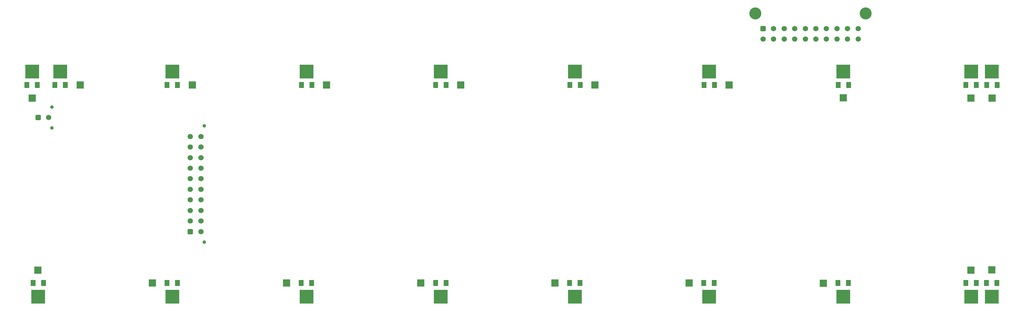
<source format=gbr>
%TF.GenerationSoftware,KiCad,Pcbnew,(6.0.7)*%
%TF.CreationDate,2023-02-26T17:44:05-06:00*%
%TF.ProjectId,Vsense,5673656e-7365-42e6-9b69-6361645f7063,rev?*%
%TF.SameCoordinates,Original*%
%TF.FileFunction,Soldermask,Top*%
%TF.FilePolarity,Negative*%
%FSLAX46Y46*%
G04 Gerber Fmt 4.6, Leading zero omitted, Abs format (unit mm)*
G04 Created by KiCad (PCBNEW (6.0.7)) date 2023-02-26 17:44:05*
%MOMM*%
%LPD*%
G01*
G04 APERTURE LIST*
G04 Aperture macros list*
%AMRoundRect*
0 Rectangle with rounded corners*
0 $1 Rounding radius*
0 $2 $3 $4 $5 $6 $7 $8 $9 X,Y pos of 4 corners*
0 Add a 4 corners polygon primitive as box body*
4,1,4,$2,$3,$4,$5,$6,$7,$8,$9,$2,$3,0*
0 Add four circle primitives for the rounded corners*
1,1,$1+$1,$2,$3*
1,1,$1+$1,$4,$5*
1,1,$1+$1,$6,$7*
1,1,$1+$1,$8,$9*
0 Add four rect primitives between the rounded corners*
20,1,$1+$1,$2,$3,$4,$5,0*
20,1,$1+$1,$4,$5,$6,$7,0*
20,1,$1+$1,$6,$7,$8,$9,0*
20,1,$1+$1,$8,$9,$2,$3,0*%
G04 Aperture macros list end*
%ADD10R,4.000000X4.000000*%
%ADD11RoundRect,0.250001X0.462499X0.624999X-0.462499X0.624999X-0.462499X-0.624999X0.462499X-0.624999X0*%
%ADD12RoundRect,0.250001X-0.462499X-0.624999X0.462499X-0.624999X0.462499X0.624999X-0.462499X0.624999X0*%
%ADD13C,1.000000*%
%ADD14RoundRect,0.250001X0.499999X-0.499999X0.499999X0.499999X-0.499999X0.499999X-0.499999X-0.499999X0*%
%ADD15C,1.500000*%
%ADD16R,2.000000X2.000000*%
%ADD17RoundRect,0.250001X-0.499999X-0.499999X0.499999X-0.499999X0.499999X0.499999X-0.499999X0.499999X0*%
%ADD18C,3.410000*%
G04 APERTURE END LIST*
D10*
%TO.C,PAD(14+)1*%
X303250000Y-102800000D03*
%TD*%
D11*
%TO.C,F17*%
X346862500Y-162825000D03*
X343887500Y-162825000D03*
%TD*%
D12*
%TO.C,F14*%
X301762500Y-106625000D03*
X304737500Y-106625000D03*
%TD*%
%TO.C,F16*%
X338062500Y-106625000D03*
X341037500Y-106625000D03*
%TD*%
%TO.C,F7*%
X187462500Y-162850000D03*
X190437500Y-162850000D03*
%TD*%
D10*
%TO.C,PAD(1+)1*%
X74650000Y-166700000D03*
%TD*%
D13*
%TO.C,VSense1*%
X121775000Y-151250000D03*
X121775000Y-118250000D03*
D14*
X117835000Y-148250000D03*
D15*
X117835000Y-145250000D03*
X117835000Y-142250000D03*
X117835000Y-139250000D03*
X117835000Y-136250000D03*
X117835000Y-133250000D03*
X117835000Y-130250000D03*
X117835000Y-127250000D03*
X117835000Y-124250000D03*
X117835000Y-121250000D03*
X120835000Y-148250000D03*
X120835000Y-145250000D03*
X120835000Y-142250000D03*
X120835000Y-139250000D03*
X120835000Y-136250000D03*
X120835000Y-133250000D03*
X120835000Y-130250000D03*
X120835000Y-127250000D03*
X120835000Y-124250000D03*
X120835000Y-121250000D03*
%TD*%
D16*
%TO.C,Cell(8+)1*%
X194600000Y-106625000D03*
%TD*%
D10*
%TO.C,PAD(12+)1*%
X265150000Y-102800000D03*
%TD*%
D16*
%TO.C,Cell(3+)1*%
X107050000Y-162875000D03*
%TD*%
D10*
%TO.C,PAD(8+)1*%
X188950000Y-102800000D03*
%TD*%
%TO.C,PAD(17+)1*%
X345425000Y-166700000D03*
%TD*%
D12*
%TO.C,F9*%
X225537500Y-162875000D03*
X228512500Y-162875000D03*
%TD*%
%TO.C,F4*%
X111237500Y-106625000D03*
X114212500Y-106625000D03*
%TD*%
D10*
%TO.C,PAD(10+)1*%
X227050000Y-102800000D03*
%TD*%
D16*
%TO.C,Cell(9+)1*%
X221375000Y-162875000D03*
%TD*%
%TO.C,Cell(16+)1*%
X339500000Y-110375000D03*
%TD*%
%TO.C,Cell(5+)1*%
X145175000Y-162875000D03*
%TD*%
%TO.C,Cell(2+)1*%
X86550000Y-106625000D03*
%TD*%
%TO.C,Cell(12+)1*%
X270825000Y-106625000D03*
%TD*%
D17*
%TO.C,VSenseAUX1*%
X280450000Y-90585000D03*
D15*
X283450000Y-90585000D03*
X286450000Y-90585000D03*
X289450000Y-90585000D03*
X292450000Y-90585000D03*
X295450000Y-90585000D03*
X298450000Y-90585000D03*
X301450000Y-90585000D03*
X304450000Y-90585000D03*
X307450000Y-90585000D03*
X280450000Y-93585000D03*
X283450000Y-93585000D03*
X286450000Y-93585000D03*
X289450000Y-93585000D03*
X292450000Y-93585000D03*
X295450000Y-93585000D03*
X298450000Y-93585000D03*
X301450000Y-93585000D03*
X304450000Y-93585000D03*
X307450000Y-93585000D03*
D18*
X278300000Y-86265000D03*
X309600000Y-86265000D03*
%TD*%
D13*
%TO.C,Cell_Diff1*%
X78565000Y-118850000D03*
X78565000Y-112850000D03*
D14*
X74625000Y-115850000D03*
D15*
X77625000Y-115850000D03*
%TD*%
D12*
%TO.C,F10*%
X225587500Y-106625000D03*
X228562500Y-106625000D03*
%TD*%
D10*
%TO.C,PAD(3+)1*%
X112750000Y-166700000D03*
%TD*%
%TO.C,PAD(16+)1*%
X339550000Y-102800000D03*
%TD*%
D16*
%TO.C,Cell(11+)1*%
X259475000Y-162850000D03*
%TD*%
D12*
%TO.C,F12*%
X263687500Y-106625000D03*
X266662500Y-106625000D03*
%TD*%
%TO.C,F0*%
X71437500Y-106625000D03*
X74412500Y-106625000D03*
%TD*%
D10*
%TO.C,PAD(2+)1*%
X80900000Y-102800000D03*
%TD*%
D16*
%TO.C,Cell(13+)1*%
X297575000Y-162900000D03*
%TD*%
D12*
%TO.C,F3*%
X111212500Y-162875000D03*
X114187500Y-162875000D03*
%TD*%
%TO.C,F8*%
X187462500Y-106625000D03*
X190437500Y-106625000D03*
%TD*%
D11*
%TO.C,F1*%
X76137500Y-162875000D03*
X73162500Y-162875000D03*
%TD*%
D10*
%TO.C,PAD(18+)1*%
X345425000Y-102800000D03*
%TD*%
D16*
%TO.C,Cell(6+)1*%
X156525000Y-106625000D03*
%TD*%
D12*
%TO.C,F11*%
X263637500Y-162850000D03*
X266612500Y-162850000D03*
%TD*%
D10*
%TO.C,PAD(5+)1*%
X150850000Y-166700000D03*
%TD*%
D16*
%TO.C,Cell(18+)1*%
X345450000Y-110375000D03*
%TD*%
D12*
%TO.C,F18*%
X343962500Y-106625000D03*
X346937500Y-106625000D03*
%TD*%
D11*
%TO.C,F15*%
X340987500Y-162850000D03*
X338012500Y-162850000D03*
%TD*%
D16*
%TO.C,Cell(10+)1*%
X232725000Y-106625000D03*
%TD*%
D10*
%TO.C,PAD(6+)1*%
X150850000Y-102800000D03*
%TD*%
D16*
%TO.C,Cell(1-)1*%
X72925000Y-110325000D03*
%TD*%
D10*
%TO.C,PAD(9+)1*%
X227050000Y-166700000D03*
%TD*%
%TO.C,PAD(15+)1*%
X339550000Y-166700000D03*
%TD*%
D12*
%TO.C,F13*%
X301737500Y-162875000D03*
X304712500Y-162875000D03*
%TD*%
D16*
%TO.C,Cell(7+)1*%
X183300000Y-162850000D03*
%TD*%
D12*
%TO.C,F5*%
X149337500Y-162875000D03*
X152312500Y-162875000D03*
%TD*%
D16*
%TO.C,Cell(17+)1*%
X345395000Y-159120000D03*
%TD*%
D10*
%TO.C,PAD(7+)1*%
X188950000Y-166700000D03*
%TD*%
%TO.C,PAD(1-)1*%
X72950000Y-102800000D03*
%TD*%
D16*
%TO.C,Cell(15+)1*%
X339450000Y-159175000D03*
%TD*%
D10*
%TO.C,PAD(11+)1*%
X265150000Y-166700000D03*
%TD*%
D16*
%TO.C,Cell(4+)1*%
X118375000Y-106625000D03*
%TD*%
D10*
%TO.C,PAD(13+)1*%
X303250000Y-166700000D03*
%TD*%
D16*
%TO.C,Cell(1+)1*%
X74550000Y-159175000D03*
%TD*%
D12*
%TO.C,F6*%
X149387500Y-106625000D03*
X152362500Y-106625000D03*
%TD*%
D16*
%TO.C,Cell(14+)1*%
X303275000Y-110275000D03*
%TD*%
D12*
%TO.C,F2*%
X79400000Y-106625000D03*
X82375000Y-106625000D03*
%TD*%
D10*
%TO.C,PAD(4+)1*%
X112750000Y-102800000D03*
%TD*%
M02*

</source>
